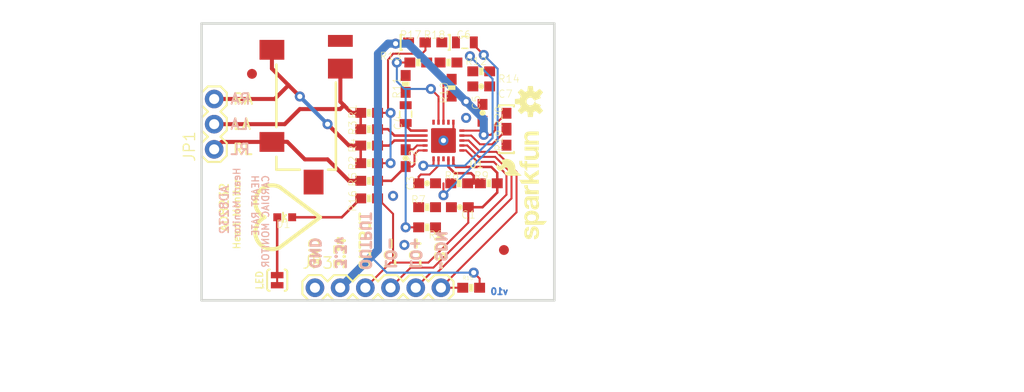
<source format=kicad_pcb>
(kicad_pcb (version 20211014) (generator pcbnew)
  (layers (0 "F.Cu" signal) (31 "B.Cu" signal) (34 "B.Paste" user) (35 "F.Paste" user) (36 "B.SilkS" user "B.Silkscreen") (37 "F.SilkS" user "F.Silkscreen") (38 "B.Mask" user) (39 "F.Mask" user) (44 "Edge.Cuts" user))
  (net 0 "")
  (net 1 "GND")
  (net 2 "N$1")
  (net 3 "N$2")
  (net 4 "N$3")
  (net 5 "N$4")
  (net 6 "N$5")
  (net 7 "N$7")
  (net 8 "SIGNAL_OUT")
  (net 9 "REFOUT")
  (net 10 "LA")
  (net 11 "RA")
  (net 12 "N$13")
  (net 13 "N$14")
  (net 14 "N$16")
  (net 15 "N$17")
  (net 16 "N$9")
  (net 17 "N$18")
  (net 18 "N$8")
  (net 19 "3.3V")
  (net 20 "LO+")
  (net 21 "LO-")
  (net 22 "N$20")
  (net 23 "RL")
  (net 24 "SDN")
  (net 25 "N$6")
  (net 26 "N$10")
  (net 27 "N$11")
  (footprint "boardEagle:0603-CAP" (layer "F.Cu") (at 159.0421 100.0506 -90)
    (fp_text reference "C5" (at -0.254 0.635 90) (layer "F.SilkS") (effects (font (size 0.756717 0.756717) (thickness 0.056083)) (justify left)))
    (fp_text value "0.1uF")
    (pad "1" smd rect (at -0.85 0 270) (size 1.1 1) (layers "F.Cu" "F.Paste" "F.Mask") (net 19 "3.3V"))
    (pad "2" smd rect (at 0.85 0 270) (size 1.1 1) (layers "F.Cu" "F.Paste" "F.Mask") (net 1 "GND"))
  )
  (footprint "boardEagle:0603-RES" (layer "F.Cu") (at 147.6121 106.9086 180)
    (fp_text reference "R5" (at 1.651 -0.635 90) (layer "F.SilkS") (effects (font (size 0.756717 0.756717) (thickness 0.056083)) (justify left)))
    (fp_text value "360k")
    (pad "1" smd rect (at -0.85 0 180) (size 1.1 1) (layers "F.Cu" "F.Paste" "F.Mask") (net 17 "N$18"))
    (pad "2" smd rect (at 0.85 0 180) (size 1.1 1) (layers "F.Cu" "F.Paste" "F.Mask") (net 23 "RL"))
  )
  (footprint "boardEagle:0603-RES" (layer "F.Cu") (at 147.6121 105.1306)
    (fp_text reference "R2" (at -1.651 0.762 90) (layer "F.SilkS") (effects (font (size 0.756717 0.756717) (thickness 0.056083)) (justify left)))
    (fp_text value "10M")
    (pad "1" smd rect (at -0.85 0) (size 1.1 1) (layers "F.Cu" "F.Paste" "F.Mask") (net 11 "RA"))
    (pad "2" smd rect (at 0.85 0) (size 1.1 1) (layers "F.Cu" "F.Paste" "F.Mask") (net 22 "N$20"))
  )
  (footprint "boardEagle:SJ_2S-TRACE" (layer "F.Cu") (at 138.3411 116.9416 90)
    (fp_text reference "SJ4" (at -0.9525 -1.27 90) (layer "F.SilkS") (effects (font (size 0.373888 0.373888) (thickness 0.032512)) (justify left bottom)))
    (fp_text value "LED DISABLE")
    (fp_line (start -0.381 0) (end 0.381 0) (layer "F.Cu") (width 0.2032))
    (pad "1" smd rect (at -0.508 0 90) (size 0.635 1.27) (layers "F.Cu" "F.Mask") (net 1 "GND"))
    (pad "2" smd rect (at 0.508 0 90) (size 0.635 1.27) (layers "F.Cu" "F.Mask") (net 26 "N$10"))
  )
  (footprint "boardEagle:0603-RES" (layer "F.Cu") (at 159.6771 107.1626 180)
    (fp_text reference "R9" (at 1.524 0.762) (layer "F.SilkS") (effects (font (size 0.756717 0.756717) (thickness 0.056083)) (justify left)))
    (fp_text value "1M")
    (pad "1" smd rect (at -0.85 0 180) (size 1.1 1) (layers "F.Cu" "F.Paste" "F.Mask") (net 8 "SIGNAL_OUT"))
    (pad "2" smd rect (at 0.85 0 180) (size 1.1 1) (layers "F.Cu" "F.Paste" "F.Mask") (net 7 "N$7"))
  )
  (footprint "boardEagle:0603-RES" (layer "F.Cu") (at 153.4541 109.5756 180)
    (fp_text reference "R7" (at 1.651 0.762) (layer "F.SilkS") (effects (font (size 0.756717 0.756717) (thickness 0.056083)) (justify left)))
    (fp_text value "1M")
    (pad "1" smd rect (at -0.85 0 180) (size 1.1 1) (layers "F.Cu" "F.Paste" "F.Mask") (net 16 "N$9"))
    (pad "2" smd rect (at 0.85 0 180) (size 1.1 1) (layers "F.Cu" "F.Paste" "F.Mask") (net 4 "N$3"))
  )
  (footprint "boardEagle:0603-CAP" (layer "F.Cu") (at 156.7561 109.5756 180)
    (fp_text reference "C1" (at -1.651 -0.762) (layer "F.SilkS") (effects (font (size 0.756717 0.756717) (thickness 0.056083)) (justify right)))
    (fp_text value "1.5nF")
    (pad "1" smd rect (at -0.85 0 180) (size 1.1 1) (layers "F.Cu" "F.Paste" "F.Mask") (net 8 "SIGNAL_OUT"))
    (pad "2" smd rect (at 0.85 0 180) (size 1.1 1) (layers "F.Cu" "F.Paste" "F.Mask") (net 16 "N$9"))
  )
  (footprint "boardEagle:STAND-OFF" (layer "F.Cu") (at 133.2611 93.5736)
    (fp_text reference "STANDOFF1" hide)
    (fp_text value "STAND-OFF" hide)
    (pad "" np_thru_hole circle (at 0 0) (size 3.302 3.302) (drill 3.302) (layers *.Cu *.Mask))
  )
  (footprint "boardEagle:1X03" (layer "F.Cu") (at 131.9911 103.7336 90)
    (fp_text reference "JP1" (at -1.3462 -1.8288 90) (layer "F.SilkS") (effects (font (size 1.143 1.143) (thickness 0.127)) (justify left bottom)))
    (fp_text value "")
    (pad "1" thru_hole circle (at 0 0 180) (size 1.8796 1.8796) (drill 1.016) (layers *.Cu *.Mask) (net 23 "RL"))
    (pad "2" thru_hole circle (at 2.54 0 180) (size 1.8796 1.8796) (drill 1.016) (layers *.Cu *.Mask) (net 10 "LA"))
    (pad "3" thru_hole circle (at 5.08 0 180) (size 1.8796 1.8796) (drill 1.016) (layers *.Cu *.Mask) (net 11 "RA"))
  )
  (footprint "boardEagle:0805" (layer "F.Cu") (at 157.2641 92.9386)
    (fp_text reference "C6" (at -0.889 -0.762) (layer "F.SilkS") (effects (font (size 0.756717 0.756717) (thickness 0.056083)) (justify left)))
    (fp_text value "0.33uF")
    (pad "1" smd rect (at -0.9 0) (size 0.8 1.2) (layers "F.Cu" "F.Paste" "F.Mask") (net 14 "N$16"))
    (pad "2" smd rect (at 0.9 0) (size 0.8 1.2) (layers "F.Cu" "F.Paste" "F.Mask") (net 9 "REFOUT"))
  )
  (footprint "boardEagle:0603-RES" (layer "F.Cu") (at 157.8991 117.7036)
    (fp_text reference "R15" (at -0.889 -0.762) (layer "F.SilkS") (effects (font (size 0.373888 0.373888) (thickness 0.032512)) (justify left bottom)))
    (fp_text value "10K")
    (pad "1" smd rect (at -0.85 0) (size 1.1 1) (layers "F.Cu" "F.Paste" "F.Mask") (net 24 "SDN"))
    (pad "2" smd rect (at 0.85 0) (size 1.1 1) (layers "F.Cu" "F.Paste" "F.Mask") (net 19 "3.3V"))
  )
  (footprint "boardEagle:LED-0603" (layer "F.Cu") (at 139.1031 110.5916 90)
    (fp_text reference "D1" (at -0.6985 0.635) (layer "F.SilkS") (effects (font (size 0.756717 0.756717) (thickness 0.056083)) (justify right)))
    (fp_text value "RED")
    (pad "A" smd rect (at 0 0.75 90) (size 0.8 0.8) (layers "F.Cu" "F.Paste" "F.Mask") (net 25 "N$6"))
    (pad "C" smd rect (at 0 -0.75 90) (size 0.8 0.8) (layers "F.Cu" "F.Paste" "F.Mask") (net 26 "N$10"))
  )
  (footprint "boardEagle:0603-RES" (layer "F.Cu") (at 151.2951 97.1296 90)
    (fp_text reference "R11" (at -1.524 -0.889 90) (layer "F.SilkS") (effects (font (size 0.756717 0.756717) (thickness 0.056083)) (justify left)))
    (fp_text value "10M")
    (pad "1" smd rect (at -0.85 0 90) (size 1.1 1) (layers "F.Cu" "F.Paste" "F.Mask") (net 5 "N$4"))
    (pad "2" smd rect (at 0.85 0 90) (size 1.1 1) (layers "F.Cu" "F.Paste" "F.Mask") (net 13 "N$14"))
  )
  (footprint "boardEagle:AUDIO-JACK-3.5MM-SMD" (layer "F.Cu") (at 141.2621 91.2876 -90)
    (fp_text reference "JP2" hide)
    (fp_text value "" hide)
    (pad "" np_thru_hole circle (at 10.5 0 270) (size 2 2) (drill 2) (layers *.Cu *.Mask))
    (pad "" np_thru_hole circle (at 3.5 0 270) (size 2 2) (drill 2) (layers *.Cu *.Mask))
    (pad "RING" smd rect (at 4.3 -3.45 270) (size 2 2.5) (layers "F.Cu" "F.Paste" "F.Mask") (net 10 "LA"))
    (pad "RSH" smd rect (at 1.5 -3.45 90) (size 1.2 2.5) (layers "F.Cu" "F.Paste" "F.Mask"))
    (pad "SLEEVE" smd rect (at 2.4 3.45 270) (size 2 2.5) (layers "F.Cu" "F.Paste" "F.Mask") (net 11 "RA"))
    (pad "TIP" smd rect (at 11.7 3.45 270) (size 2 2.5) (layers "F.Cu" "F.Paste" "F.Mask") (net 23 "RL"))
    (pad "TSH" smd rect (at 15.75 -0.75) (size 2 2.5) (layers "F.Cu" "F.Paste" "F.Mask"))
  )
  (footprint "boardEagle:0603-RES" (layer "F.Cu") (at 147.6121 100.0506)
    (fp_text reference "R1" (at -1.651 0.635 90) (layer "F.SilkS") (effects (font (size 0.756717 0.756717) (thickness 0.056083)) (justify left)))
    (fp_text value "10M")
    (pad "1" smd rect (at -0.85 0) (size 1.1 1) (layers "F.Cu" "F.Paste" "F.Mask") (net 10 "LA"))
    (pad "2" smd rect (at 0.85 0) (size 1.1 1) (layers "F.Cu" "F.Paste" "F.Mask") (net 22 "N$20"))
  )
  (footprint "boardEagle:CREATIVE_COMMONS" (layer "F.Cu") (at 130.7211 127.8636)
    (fp_text reference "FRAME1" hide)
    (fp_text value "FRAME-LETTER" hide)
  )
  (footprint "boardEagle:0805" (layer "F.Cu") (at 151.2951 100.1776 90)
    (fp_text reference "C4" (at -1.651 -0.762 90) (layer "F.SilkS") (effects (font (size 0.756717 0.756717) (thickness 0.056083)) (justify left)))
    (fp_text value "0.33uF")
    (pad "1" smd rect (at -0.9 0 90) (size 0.8 1.2) (layers "F.Cu" "F.Paste" "F.Mask") (net 12 "N$13"))
    (pad "2" smd rect (at 0.9 0 90) (size 0.8 1.2) (layers "F.Cu" "F.Paste" "F.Mask") (net 5 "N$4"))
  )
  (footprint "boardEagle:STAND-OFF" (layer "F.Cu") (at 163.7411 93.5736)
    (fp_text reference "STANDOFF2" hide)
    (fp_text value "STAND-OFF" hide)
    (pad "" np_thru_hole circle (at 0 0) (size 3.302 3.302) (drill 3.302) (layers *.Cu *.Mask))
  )
  (footprint "boardEagle:STAND-OFF" (layer "F.Cu") (at 163.7411 116.4336)
    (fp_text reference "STANDOFF3" hide)
    (fp_text value "STAND-OFF" hide)
    (pad "" np_thru_hole circle (at 0 0) (size 3.302 3.302) (drill 3.302) (layers *.Cu *.Mask))
  )
  (footprint "boardEagle:0603-RES" (layer "F.Cu") (at 147.6121 101.7016)
    (fp_text reference "R3" (at -1.651 0.635 90) (layer "F.SilkS") (effects (font (size 0.756717 0.756717) (thickness 0.056083)) (justify left)))
    (fp_text value "180k")
    (pad "1" smd rect (at -0.85 0) (size 1.1 1) (layers "F.Cu" "F.Paste" "F.Mask") (net 10 "LA"))
    (pad "2" smd rect (at 0.85 0) (size 1.1 1) (layers "F.Cu" "F.Paste" "F.Mask") (net 2 "N$1"))
  )
  (footprint "boardEagle:OSHW-LOGO-S" (layer "F.Cu") (at 163.8681 98.9076 90)
    (fp_text reference "LOGO1" hide)
    (fp_text value "OSHW-LOGOS" hide)
  )
  (footprint "boardEagle:0603-CAP" (layer "F.Cu") (at 151.2951 104.6226 -90)
    (fp_text reference "C2" (at -0.889 -0.762 90) (layer "F.SilkS") (effects (font (size 0.756717 0.756717) (thickness 0.056083)) (justify right)))
    (fp_text value "1nF")
    (pad "1" smd rect (at -0.85 0 270) (size 1.1 1) (layers "F.Cu" "F.Paste" "F.Mask") (net 15 "N$17"))
    (pad "2" smd rect (at 0.85 0 270) (size 1.1 1) (layers "F.Cu" "F.Paste" "F.Mask") (net 17 "N$18"))
  )
  (footprint "boardEagle:SFE_LOGO_NAME_FLAME_.1" (layer "F.Cu") (at 165.6461 113.2586 90)
    (fp_text reference "LOGO2" hide)
    (fp_text value "SFE_LOGO_NAME_FLAME.1_INCH" hide)
  )
  (footprint "boardEagle:0603-CAP" (layer "F.Cu") (at 153.4541 107.1626 180)
    (fp_text reference "C3" (at 1.651 -0.762 90) (layer "F.SilkS") (effects (font (size 0.756717 0.756717) (thickness 0.056083)) (justify left)))
    (fp_text value "10nF")
    (pad "1" smd rect (at -0.85 0 180) (size 1.1 1) (layers "F.Cu" "F.Paste" "F.Mask") (net 9 "REFOUT"))
    (pad "2" smd rect (at 0.85 0 180) (size 1.1 1) (layers "F.Cu" "F.Paste" "F.Mask") (net 4 "N$3"))
  )
  (footprint "boardEagle:0603-RES" (layer "F.Cu") (at 153.4541 111.6076 180)
    (fp_text reference "R6" (at -1.651 -0.762) (layer "F.SilkS") (effects (font (size 0.756717 0.756717) (thickness 0.056083)) (justify right)))
    (fp_text value "1M")
    (pad "1" smd rect (at -0.85 0 180) (size 1.1 1) (layers "F.Cu" "F.Paste" "F.Mask") (net 16 "N$9"))
    (pad "2" smd rect (at 0.85 0 180) (size 1.1 1) (layers "F.Cu" "F.Paste" "F.Mask") (net 18 "N$8"))
  )
  (footprint "boardEagle:0603-RES" (layer "F.Cu") (at 152.5651 94.9706)
    (fp_text reference "R13" (at -1.651 -0.635) (layer "F.SilkS") (effects (font (size 0.756717 0.756717) (thickness 0.056083)) (justify right)))
    (fp_text value "10M")
    (pad "1" smd rect (at -0.85 0) (size 1.1 1) (layers "F.Cu" "F.Paste" "F.Mask") (net 18 "N$8"))
    (pad "2" smd rect (at 0.85 0) (size 1.1 1) (layers "F.Cu" "F.Paste" "F.Mask") (net 13 "N$14"))
  )
  (footprint "boardEagle:0603-RES" (layer "F.Cu") (at 156.6926 107.1626 180)
    (fp_text reference "R8" (at 1.524 0.762) (layer "F.SilkS") (effects (font (size 0.756717 0.756717) (thickness 0.056083)) (justify left)))
    (fp_text value "100k")
    (pad "1" smd rect (at -0.85 0 180) (size 1.1 1) (layers "F.Cu" "F.Paste" "F.Mask") (net 7 "N$7"))
    (pad "2" smd rect (at 0.85 0 180) (size 1.1 1) (layers "F.Cu" "F.Paste" "F.Mask") (net 9 "REFOUT"))
  )
  (footprint "boardEagle:LFCSP_20" (layer "F.Cu") (at 155.1051 102.8446)
    (fp_text reference "U1" (at 2.54 2.413) (layer "F.SilkS") (effects (font (size 0.715264 0.715264) (thickness 0.097536)) (justify left)))
    (fp_text value "AD8232")
    (pad "1" smd rect (at -1.85 -1 270) (size 0.25 0.5) (layers "F.Cu" "F.Paste" "F.Mask") (net 12 "N$13"))
    (pad "2" smd rect (at -1.85 -0.5 270) (size 0.25 0.5) (layers "F.Cu" "F.Paste" "F.Mask") (net 2 "N$1"))
    (pad "3" smd rect (at -1.85 0 270) (size 0.25 0.5) (layers "F.Cu" "F.Paste" "F.Mask") (net 3 "N$2"))
    (pad "4" smd rect (at -1.85 0.5 270) (size 0.25 0.5) (layers "F.Cu" "F.Paste" "F.Mask") (net 15 "N$17"))
    (pad "5" smd rect (at -1.85 1 270) (size 0.25 0.5) (layers "F.Cu" "F.Paste" "F.Mask") (net 17 "N$18"))
    (pad "6" smd rect (at -1 1.85) (size 0.25 0.5) (layers "F.Cu" "F.Paste" "F.Mask") (net 14 "N$16"))
    (pad "7" smd rect (at -0.5 1.85) (size 0.25 0.5) (layers "F.Cu" "F.Paste" "F.Mask") (net 4 "N$3"))
    (pad "8" smd rect (at 0 1.85) (size 0.25 0.5) (layers "F.Cu" "F.Paste" "F.Mask") (net 9 "REFOUT"))
    (pad "9" smd rect (at 0.5 1.85) (size 0.25 0.5) (layers "F.Cu" "F.Paste" "F.Mask") (net 7 "N$7"))
    (pad "10" smd rect (at 1 1.85) (size 0.25 0.5) (layers "F.Cu" "F.Paste" "F.Mask") (net 8 "SIGNAL_OUT"))
    (pad "11" smd rect (at 1.85 1 90) (size 0.25 0.5) (layers "F.Cu" "F.Paste" "F.Mask") (net 21 "LO-"))
    (pad "12" smd rect (at 1.85 0.5 90) (size 0.25 0.5) (layers "F.Cu" "F.Paste" "F.Mask") (net 20 "LO+"))
    (pad "13" smd rect (at 1.85 0 90) (size 0.25 0.5) (layers "F.Cu" "F.Paste" "F.Mask") (net 24 "SDN"))
    (pad "14" smd rect (at 1.85 -0.5 90) (size 0.25 0.5) (layers "F.Cu" "F.Paste" "F.Mask") (net 27 "N$11"))
    (pad "15" smd rect (at 1.85 -1 90) (size 0.25 0.5) (layers "F.Cu" "F.Paste" "F.Mask") (net 19 "3.3V"))
    (pad "16" smd rect (at 1 -1.85 180) (size 0.25 0.5) (layers "F.Cu" "F.Paste" "F.Mask") (net 1 "GND"))
    (pad "17" smd rect (at 0.5 -1.85 180) (size 0.25 0.5) (layers "F.Cu" "F.Paste" "F.Mask") (net 19 "3.3V"))
    (pad "18" smd rect (at 0 -1.85 180) (size 0.25 0.5) (layers "F.Cu" "F.Paste" "F.Mask") (net 6 "N$5"))
    (pad "19" smd rect (at -0.5 -1.85 180) (size 0.25 0.5) (layers "F.Cu" "F.Paste" "F.Mask") (net 18 "N$8"))
    (pad "20" smd rect (at -1 -1.85 180) (size 0.25 0.5) (layers "F.Cu" "F.Paste" "F.Mask") (net 5 "N$4"))
    (pad "PAD" smd roundrect (at 0 0) (size 2.5 2.5) (layers "F.Cu" "F.Mask") (roundrect_rratio 0.05) (net 1 "GND"))
  )
  (footprint "boardEagle:0603-RES" (layer "F.Cu") (at 147.6121 108.6866)
    (fp_text reference "R16" (at -1.651 1.397 90) (layer "F.SilkS") (effects (font (size 0.756717 0.756717) (thickness 0.056083)) (justify left)))
    (fp_text value "1k")
    (pad "1" smd rect (at -0.85 0) (size 1.1 1) (layers "F.Cu" "F.Paste" "F.Mask") (net 25 "N$6"))
    (pad "2" smd rect (at 0.85 0) (size 1.1 1) (layers "F.Cu" "F.Paste" "F.Mask") (net 8 "SIGNAL_OUT"))
  )
  (footprint "boardEagle:FIDUCIAL-1X2" (layer "F.Cu") (at 135.8011 96.1136)
    (fp_text reference "FID1" hide)
    (fp_text value "FIDUCIAL1X2" hide)
    (pad "1" smd roundrect (at 0 0) (size 1 1) (layers "F.Cu" "F.Mask") (roundrect_rratio 0.5))
  )
  (footprint "boardEagle:0603" (layer "F.Cu") (at 152.4381 92.9386)
    (fp_text reference "R17" (at -1.778 -0.762) (layer "F.SilkS") (effects (font (size 0.756717 0.756717) (thickness 0.056083)) (justify left)))
    (fp_text value "0")
    (pad "1" smd rect (at -0.85 0) (size 1.1 1) (layers "F.Cu" "F.Paste" "F.Mask") (net 19 "3.3V"))
    (pad "2" smd rect (at 0.85 0) (size 1.1 1) (layers "F.Cu" "F.Paste" "F.Mask") (net 22 "N$20"))
  )
  (footprint "boardEagle:FIDUCIAL-1X2" (layer "F.Cu") (at 161.2011 113.8936)
    (fp_text reference "FID2" hide)
    (fp_text value "FIDUCIAL1X2" hide)
    (pad "1" smd roundrect (at 0 0) (size 1 1) (layers "F.Cu" "F.Mask") (roundrect_rratio 0.5))
  )
  (footprint "boardEagle:0603-RES" (layer "F.Cu") (at 155.6131 94.9706)
    (fp_text reference "R12" (at 1.651 -0.127) (layer "F.SilkS") (effects (font (size 0.756717 0.756717) (thickness 0.056083)) (justify left)))
    (fp_text value "1.4M")
    (pad "1" smd rect (at -0.85 0) (size 1.1 1) (layers "F.Cu" "F.Paste" "F.Mask") (net 13 "N$14"))
    (pad "2" smd rect (at 0.85 0) (size 1.1 1) (layers "F.Cu" "F.Paste" "F.Mask") (net 14 "N$16"))
  )
  (footprint "boardEagle:0603-RES" (layer "F.Cu") (at 147.6121 103.3526)
    (fp_text reference "R4" (at -1.651 0.762 90) (layer "F.SilkS") (effects (font (size 0.756717 0.756717) (thickness 0.056083)) (justify left)))
    (fp_text value "180k")
    (pad "1" smd rect (at -0.85 0) (size 1.1 1) (layers "F.Cu" "F.Paste" "F.Mask") (net 11 "RA"))
    (pad "2" smd rect (at 0.85 0) (size 1.1 1) (layers "F.Cu" "F.Paste" "F.Mask") (net 3 "N$2"))
  )
  (footprint "boardEagle:0603" (layer "F.Cu") (at 161.4551 102.4636 90)
    (fp_text reference "R19" (at -1.524 -0.762 90) (layer "F.SilkS") (effects (font (size 0.756717 0.756717) (thickness 0.056083)) (justify left)))
    (fp_text value "0")
    (pad "1" smd rect (at -0.85 0 90) (size 1.1 1) (layers "F.Cu" "F.Paste" "F.Mask") (net 1 "GND"))
    (pad "2" smd rect (at 0.85 0 90) (size 1.1 1) (layers "F.Cu" "F.Paste" "F.Mask") (net 27 "N$11"))
  )
  (footprint "boardEagle:0603-RES" (layer "F.Cu") (at 155.9306 97.5106 90)
    (fp_text reference "R10" (at -1.651 -0.762 90) (layer "F.SilkS") (effects (font (size 0.756717 0.756717) (thickness 0.056083)) (justify left)))
    (fp_text value "10M")
    (pad "1" smd rect (at -0.85 0 90) (size 1.1 1) (layers "F.Cu" "F.Paste" "F.Mask") (net 19 "3.3V"))
    (pad "2" smd rect (at 0.85 0 90) (size 1.1 1) (layers "F.Cu" "F.Paste" "F.Mask") (net 6 "N$5"))
  )
  (footprint "boardEagle:0603-CAP" (layer "F.Cu") (at 158.9151 97.3836)
    (fp_text reference "C7" (at 1.651 0.762) (layer "F.SilkS") (effects (font (size 0.756717 0.756717) (thickness 0.056083)) (justify left)))
    (fp_text value "0.1uf")
    (pad "1" smd rect (at -0.85 0) (size 1.1 1) (layers "F.Cu" "F.Paste" "F.Mask") (net 6 "N$5"))
    (pad "2" smd rect (at 0.85 0) (size 1.1 1) (layers "F.Cu" "F.Paste" "F.Mask") (net 1 "GND"))
  )
  (footprint "boardEagle:0603" (layer "F.Cu") (at 161.4551 100.9396 90)
    (fp_text reference "R20" (at -0.635 -0.762 90) (layer "F.SilkS") (effects (font (size 0.756717 0.756717) (thickness 0.056083)) (justify left)))
    (fp_text value "DNP")
    (pad "1" smd rect (at -0.85 0 90) (size 1.1 1) (layers "F.Cu" "F.Paste" "F.Mask") (net 27 "N$11"))
    (pad "2" smd rect (at 0.85 0 90) (size 1.1 1) (layers "F.Cu" "F.Paste" "F.Mask") (net 19 "3.3V"))
  )
  (footprint "boardEagle:0603" (layer "F.Cu") (at 154.0891 92.9386)
    (fp_text reference "R18" (at -1.016 -0.762) (layer "F.SilkS") (effects (font (size 0.756717 0.756717) (thickness 0.056083)) (justify left)))
    (fp_text value "DNP")
    (pad "1" smd rect (at -0.85 0) (size 1.1 1) (layers "F.Cu" "F.Paste" "F.Mask") (net 22 "N$20"))
    (pad "2" smd rect (at 0.85 0) (size 1.1 1) (layers "F.Cu" "F.Paste" "F.Mask") (net 14 "N$16"))
  )
  (footprint "boardEagle:1X06" (layer "F.Cu") (at 142.1511 117.7036)
    (fp_text reference "JP3" (at -1.3462 -1.8288) (layer "F.SilkS") (effects (font (size 1.143 1.143) (thickness 0.127)) (justify left bottom)))
    (fp_text value "")
    (pad "1" thru_hole circle (at 0 0 90) (size 1.8796 1.8796) (drill 1.016) (layers *.Cu *.Mask) (net 1 "GND"))
    (pad "2" thru_hole circle (at 2.54 0 90) (size 1.8796 1.8796) (drill 1.016) (layers *.Cu *.Mask) (net 19 "3.3V"))
    (pad "3" thru_hole circle (at 5.08 0 90) (size 1.8796 1.8796) (drill 1.016) (layers *.Cu *.Mask) (net 8 "SIGNAL_OUT"))
    (pad "4" thru_hole circle (at 7.62 0 90) (size 1.8796 1.8796) (drill 1.016) (layers *.Cu *.Mask) (net 21 "LO-"))
    (pad "5" thru_hole circle (at 10.16 0 90) (size 1.8796 1.8796) (drill 1.016) (layers *.Cu *.Mask) (net 20 "LO+"))
    (pad "6" thru_hole circle (at 12.7 0 90) (size 1.8796 1.8796) (drill 1.016) (layers *.Cu *.Mask) (net 24 "SDN"))
  )
  (footprint "boardEagle:0603-RES" (layer "F.Cu") (at 158.9151 95.8596 180)
    (fp_text reference "R14" (at -1.651 -0.762) (layer "F.SilkS") (effects (font (size 0.756717 0.756717) (thickness 0.056083)) (justify left)))
    (fp_text value "10M")
    (pad "1" smd rect (at -0.85 0 180) (size 1.1 1) (layers "F.Cu" "F.Paste" "F.Mask") (net 1 "GND"))
    (pad "2" smd rect (at 0.85 0 180) (size 1.1 1) (layers "F.Cu" "F.Paste" "F.Mask") (net 6 "N$5"))
  )
  (footprint "boardEagle:STAND-OFF" (layer "F.Cu") (at 133.2611 116.4336)
    (fp_text reference "STANDOFF4" hide)
    (fp_text value "STAND-OFF" hide)
    (pad "" np_thru_hole circle (at 0 0) (size 3.302 3.302) (drill 3.302) (layers *.Cu *.Mask))
  )
  (gr_line (start 138.5951 113.6396) (end 142.6591 110.5916) (layer "F.SilkS") (width 0.4064))
  (gr_line (start 155.6131 92.1766) (end 155.7401 92.1766) (layer "F.SilkS") (width 0.2032))
  (gr_line (start 160.6931 99.4156) (end 160.6931 99.2886) (layer "F.SilkS") (width 0.2032))
  (gr_arc (start 138.5951 113.6396) (mid 136.3091 112.8776) (end 137.0711 110.5916) (layer "F.SilkS") (width 0.4064))
  (gr_line (start 150.7871 92.1766) (end 150.9141 92.1766) (layer "F.SilkS") (width 0.2032))
  (gr_line (start 160.6931 99.2886) (end 162.2171 99.2886) (layer "F.SilkS") (width 0.2032))
  (gr_line (start 162.2171 99.2886) (end 162.2171 99.4156) (layer "F.SilkS") (width 0.2032))
  (gr_line (start 150.7871 92.1766) (end 150.7871 93.7006) (layer "F.SilkS") (width 0.2032))
  (gr_line (start 150.7871 93.7006) (end 150.9141 93.7006) (layer "F.SilkS") (width 0.2032))
  (gr_line (start 160.6931 104.1146) (end 160.6931 103.9876) (layer "F.SilkS") (width 0.2032))
  (gr_line (start 162.2171 103.9876) (end 162.2171 104.1146) (layer "F.SilkS") (width 0.2032))
  (gr_line (start 162.2171 104.1146) (end 160.6931 104.1146) (layer "F.SilkS") (width 0.2032))
  (gr_line (start 142.6591 110.5916) (end 138.5951 107.5436) (layer "F.SilkS") (width 0.4064))
  (gr_line (start 155.7401 92.1766) (end 155.7401 93.7006) (layer "F.SilkS") (width 0.2032))
  (gr_line (start 155.7401 93.7006) (end 155.6131 93.7006) (layer "F.SilkS") (width 0.2032))
  (gr_arc (start 137.0711 110.5916) (mid 136.3091 108.3056) (end 138.5951 107.5436) (layer "F.SilkS") (width 0.4064))
  (gr_line (start 166.2811 91.0336) (end 130.7211 91.0336) (layer "Edge.Cuts") (width 0.254))
  (gr_line (start 130.7211 91.0336) (end 130.7211 118.9736) (layer "Edge.Cuts") (width 0.254))
  (gr_line (start 130.7211 118.9736) (end 166.2811 118.9736) (layer "Edge.Cuts") (width 0.254))
  (gr_line (start 166.2811 118.9736) (end 166.2811 91.0336) (layer "Edge.Cuts") (width 0.254))
  (gr_text "v10" (at 161.7091 118.0846) (layer "B.Cu") (effects (font (size 0.65024 0.65024) (thickness 0.16256)) (justify left mirror)))
  (gr_text "GND" (at 142.1511 115.9256 -90) (layer "B.SilkS") (effects (font (size 1.016 1.016) (thickness 0.254)) (justify left mirror)))
  (gr_text "LO-" (at 149.7711 115.9256 -90) (layer "B.SilkS") (effects (font (size 1.016 1.016) (thickness 0.254)) (justify left mirror)))
  (gr_text "RA" (at 133.5151 98.6536) (layer "B.SilkS") (effects (font (size 1.0795 1.0795) (thickness 0.1905)) (justify right mirror)))
  (gr_text "LA" (at 133.5151 101.1936) (layer "B.SilkS") (effects (font (size 1.0795 1.0795) (thickness 0.1905)) (justify right mirror)))
  (gr_text "CARDIAC MONITOR" (at 137.5791 106.2736 -270) (layer "B.SilkS") (effects (font (size 0.69088 0.69088) (thickness 0.12192)) (justify left bottom mirror)))
  (gr_text "RL" (at 133.5151 103.7336) (layer "B.SilkS") (effects (font (size 1.0795 1.0795) (thickness 0.1905)) (justify right mirror)))
  (gr_text "~SDN" (at 154.8511 115.9256 -90) (layer "B.SilkS") (effects (font (size 1.016 1.016) (thickness 0.254)) (justify left mirror)))
  (gr_text "HEART RATE" (at 136.5631 106.2736 -270) (layer "B.SilkS") (effects (font (size 0.69088 0.69088) (thickness 0.12192)) (justify left bottom mirror)))
  (gr_text "OUTPUT" (at 147.2311 116.0526 -90) (layer "B.SilkS") (effects (font (size 1.016 1.016) (thickness 0.254)) (justify left mirror)))
  (gr_text "LO+" (at 152.3111 115.9256 -90) (layer "B.SilkS") (effects (font (size 1.016 1.016) (thickness 0.254)) (justify left mirror)))
  (gr_text "3.3v" (at 144.6911 115.9256 -90) (layer "B.SilkS") (effects (font (size 1.016 1.016) (thickness 0.254)) (justify left mirror)))
  (gr_text "AD8232" (at 133.5151 107.2896 -270) (layer "B.SilkS") (effects (font (size 0.8636 0.8636) (thickness 0.1524)) (justify left bottom mirror)))
  (gr_text "Heart Monitor" (at 134.2771 105.5116 -270) (layer "B.SilkS") (effects (font (size 0.69088 0.69088) (thickness 0.12192)) (justify left mirror)))
  (gr_text "LA" (at 133.7691 101.1936) (layer "F.SilkS") (effects (font (size 1.0795 1.0795) (thickness 0.1905)) (justify left)))
  (gr_text "~SDN" (at 154.8511 115.9256 90) (layer "F.SilkS") (effects (font (size 1.016 1.016) (thickness 0.254)) (justify left)))
  (gr_text "GND" (at 142.1511 115.9256 90) (layer "F.SilkS") (effects (font (size 1.016 1.016) (thickness 0.254)) (justify left)))
  (gr_text "LED" (at 136.5631 117.9576 90) (layer "F.SilkS") (effects (font (size 0.69088 0.69088) (thickness 0.12192)) (justify left)))
  (gr_text "RA" (at 133.7691 98.6536) (layer "F.SilkS") (effects (font (size 1.0795 1.0795) (thickness 0.1905)) (justify left)))
  (gr_text "3.3v" (at 144.6911 115.9256 90) (layer "F.SilkS") (effects (font (size 1.016 1.016) (thickness 0.254)) (justify left)))
  (gr_text "Heart Monitor" (at 134.2771 113.8936 90) (layer "F.SilkS") (effects (font (size 0.69088 0.69088) (thickness 0.12192)) (justify left)))
  (gr_text "RL" (at 133.7691 103.7336) (layer "F.SilkS") (effects (font (size 1.0795 1.0795) (thickness 0.1905)) (justify left)))
  (gr_text "AD8232" (at 132.4991 107.0356 90) (layer "F.SilkS") (effects (font (size 0.8636 0.8636) (thickness 0.1524)) (justify right top)))
  (gr_text "LO+" (at 152.3111 115.9256 90) (layer "F.SilkS") (effects (font (size 1.016 1.016) (thickness 0.254)) (justify left)))
  (gr_text "LO-" (at 149.7711 115.9256 90) (layer "F.SilkS") (effects (font (size 1.016 1.016) (thickness 0.254)) (justify left)))
  (gr_text "OUTPUT" (at 147.2311 116.0526 90) (layer "F.SilkS") (effects (font (size 1.016 1.016) (thickness 0.254)) (justify left)))
  (segment (start 156.1051 100.9946) (end 156.1051 101.8446) (width 0.2032) (layer "F.Cu") (net 1))
  (segment (start 155.6051 102.3446) (end 155.1051 102.8446) (width 0.2032) (layer "F.Cu") (net 1))
  (segment (start 156.1051 101.8446) (end 155.1051 102.8446) (width 0.2032) (layer "F.Cu") (net 1))
  (via (at 151.1681 113.3856) (size 1.016) (drill 0.508) (layers "F.Cu" "B.Cu") (net 1))
  (via (at 157.3911 100.5586) (size 1.016) (drill 0.508) (layers "F.Cu" "B.Cu") (net 1))
  (via (at 155.1051 102.8446) (size 1.016) (drill 0.508) (layers "F.Cu" "B.Cu") (net 1))
  (via (at 150.0251 108.4326) (size 1.016) (drill 0.508) (layers "F.Cu" "B.Cu") (net 1))
  (segment (start 153.2551 102.3446) (end 150.1601 102.3446) (width 0.254) (layer "F.Cu") (net 2))
  (segment (start 150.1601 102.3446) (end 149.5171 101.7016) (width 0.254) (layer "F.Cu") (net 2))
  (segment (start 149.5171 101.7016) (end 148.4621 101.7016) (width 0.254) (layer "F.Cu") (net 2))
  (segment (start 149.6441 103.3526) (end 148.4621 103.3526) (width 0.254) (layer "F.Cu") (net 3))
  (segment (start 150.1521 102.8446) (end 149.6441 103.3526) (width 0.254) (layer "F.Cu") (net 3))
  (segment (start 153.2551 102.8446) (end 150.1521 102.8446) (width 0.254) (layer "F.Cu") (net 3))
  (segment (start 154.6051 104.6946) (end 154.6051 105.3766) (width 0.2032) (layer "F.Cu") (net 4))
  (segment (start 153.7081 106.2736) (end 152.8191 106.2736) (width 0.2032) (layer "F.Cu") (net 4))
  (segment (start 154.6051 105.3766) (end 153.7081 106.2736) (width 0.2032) (layer "F.Cu") (net 4))
  (segment (start 152.8191 106.2736) (end 152.6041 106.4886) (width 0.2032) (layer "F.Cu") (net 4))
  (segment (start 152.6041 107.1626) (end 152.6041 106.4886) (width 0.2032) (layer "F.Cu") (net 4))
  (segment (start 155.1931 96.6606) (end 155.9306 96.6606) (width 0.2032) (layer "F.Cu") (net 6))
  (segment (start 155.1051 96.7486) (end 155.1931 96.6606) (width 0.2032) (layer "F.Cu") (net 6))
  (segment (start 155.1051 100.9946) (end 155.1051 96.7486) (width 0.2032) (layer "F.Cu") (net 6))
  (segment (start 157.5426 107.1626) (end 158.1531 107.1626) (width 0.254) (layer "F.Cu") (net 7))
  (segment (start 155.6051 104.6946) (end 155.6051 105.5036) (width 0.254) (layer "F.Cu") (net 7))
  (segment (start 155.6051 105.5036) (end 156.2481 106.1466) (width 0.254) (layer "F.Cu") (net 7))
  (segment (start 156.2481 106.1466) (end 157.8991 106.1466) (width 0.254) (layer "F.Cu") (net 7))
  (segment (start 158.8271 107.1626) (end 158.1531 107.1626) (width 0.254) (layer "F.Cu") (net 7))
  (segment (start 158.1531 106.4006) (end 158.1531 107.1626) (width 0.254) (layer "F.Cu") (net 7))
  (segment (start 157.8991 106.1466) (end 158.1531 106.4006) (width 0.254) (layer "F.Cu") (net 7))
  (segment (start 156.1051 105.2416) (end 156.3751 105.5116) (width 0.254) (layer "F.Cu") (net 8))
  (segment (start 157.6061 109.5756) (end 159.0421 109.5756) (width 0.254) (layer "F.Cu") (net 8))
  (segment (start 159.0421 109.5756) (end 160.5271 108.0906) (width 0.254) (layer "F.Cu") (net 8))
  (segment (start 150.0251 110.2496) (end 150.0251 115.1636) (width 0.2032) (layer "F.Cu") (net 8))
  (segment (start 156.3751 105.5116) (end 159.9311 105.5116) (width 0.254) (layer "F.Cu") (net 8))
  (segment (start 157.6061 111.1386) (end 153.5811 115.1636) (width 0.2032) (layer "F.Cu") (net 8))
  (segment (start 159.9311 105.5116) (end 160.5271 106.1076) (width 0.254) (layer "F.Cu") (net 8))
  (segment (start 160.5271 107.1626) (end 160.5271 106.1076) (width 0.254) (layer "F.Cu") (net 8))
  (segment (start 157.6061 109.5756) (end 157.6061 111.1386) (width 0.2032) (layer "F.Cu") (net 8))
  (segment (start 153.5811 115.1636) (end 150.0251 115.1636) (width 0.2032) (layer "F.Cu") (net 8))
  (segment (start 150.0251 115.1636) (end 149.7711 115.1636) (width 0.2032) (layer "F.Cu") (net 8))
  (segment (start 160.5271 107.1626) (end 160.5271 108.0906) (width 0.254) (layer "F.Cu") (net 8))
  (segment (start 149.7711 115.1636) (end 147.2311 117.7036) (width 0.2032) (layer "F.Cu") (net 8))
  (segment (start 156.1051 104.6946) (end 156.1051 105.2416) (width 0.254) (layer "F.Cu") (net 8))
  (segment (start 148.4621 108.6866) (end 150.0251 110.2496) (width 0.2032) (layer "F.Cu") (net 8))
  (segment (start 155.8426 107.1626) (end 155.8671 107.0356) (width 0.254) (layer "F.Cu") (net 9))
  (segment (start 158.1641 92.9386) (end 158.1531 93.1926) (width 0.2032) (layer "F.Cu") (net 9))
  (segment (start 155.1051 108.3691) (end 155.1051 107.1626) (width 0.2032) (layer "F.Cu") (net 9))
  (segment (start 158.1531 93.1926) (end 159.1691 94.2086) (width 0.2032) (layer "F.Cu") (net 9))
  (via (at 155.1051 108.3691) (size 1.016) (drill 0.508) (layers "F.Cu" "B.Cu") (net 9))
  (via (at 159.1691 94.2086) (size 1.016) (drill 0.508) (layers "F.Cu" "B.Cu") (net 9))
  (segment (start 160.5661 102.9081) (end 155.1051 108.3691) (width 0.2032) (layer "B.Cu") (net 9))
  (segment (start 160.5661 95.6056) (end 160.5661 102.9081) (width 0.2032) (layer "B.Cu") (net 9))
  (segment (start 159.1691 94.2086) (end 160.5661 95.6056) (width 0.2032) (layer "B.Cu") (net 9))
  (segment (start 131.9911 101.1936) (end 139.1031 101.1936) (width 0.4064) (layer "F.Cu") (net 10))
  (segment (start 144.7121 95.5876) (end 144.7121 98.9286) (width 0.4064) (layer "F.Cu") (net 10))
  (segment (start 145.0721 99.2886) (end 144.7121 98.9286) (width 0.4064) (layer "F.Cu") (net 10))
  (segment (start 146.7621 100.0506) (end 146.7621 101.7016) (width 0.254) (layer "F.Cu") (net 10))
  (segment (start 144.6911 99.6696) (end 145.0721 99.2886) (width 0.4064) (layer "F.Cu") (net 10))
  (segment (start 146.7621 100.0506) (end 145.8341 100.0506) (width 0.4064) (layer "F.Cu") (net 10))
  (segment (start 139.1031 101.1936) (end 140.6271 99.6696) (width 0.4064) (layer "F.Cu") (net 10))
  (segment (start 140.6271 99.6696) (end 144.6911 99.6696) (width 0.4064) (layer "F.Cu") (net 10))
  (segment (start 145.8341 100.0506) (end 145.0721 99.2886) (width 0.4064) (layer "F.Cu") (net 10))
  (segment (start 137.8121 95.5846) (end 137.8121 93.6876) (width 0.4064) (layer "F.Cu") (net 11))
  (segment (start 138.0871 98.6536) (end 139.4841 97.2566) (width 0.4064) (layer "F.Cu") (net 11))
  (segment (start 146.7621 103.3526) (end 146.7621 105.1306) (width 0.254) (layer "F.Cu") (net 11))
  (segment (start 139.4841 97.2566) (end 137.8121 95.5846) (width 0.4064) (layer "F.Cu") (net 11))
  (segment (start 140.6271 98.3996) (end 139.4841 97.2566) (width 0.4064) (layer "F.Cu") (net 11))
  (segment (start 146.7621 103.3526) (end 145.5801 103.3526) (width 0.4064) (layer "F.Cu") (net 11))
  (segment (start 145.5801 103.3526) (end 143.4211 101.1936) (width 0.4064) (layer "F.Cu") (net 11))
  (segment (start 131.9911 98.6536) (end 138.0871 98.6536) (width 0.4064) (layer "F.Cu") (net 11))
  (via (at 143.4211 101.1936) (size 1.016) (drill 0.508) (layers "F.Cu" "B.Cu") (net 11))
  (via (at 140.6271 98.3996) (size 1.016) (drill 0.508) (layers "F.Cu" "B.Cu") (net 11))
  (segment (start 143.4211 101.1936) (end 140.6271 98.3996) (width 0.4064) (layer "B.Cu") (net 11))
  (segment (start 151.8191 101.8446) (end 151.2951 101.3206) (width 0.254) (layer "F.Cu") (net 12))
  (segment (start 151.2951 101.3206) (end 151.2951 101.0776) (width 0.254) (layer "F.Cu") (net 12))
  (segment (start 153.2551 101.8446) (end 151.8191 101.8446) (width 0.254) (layer "F.Cu") (net 12))
  (segment (start 153.9621 105.3846) (end 153.0731 105.3846) (width 0.2032) (layer "F.Cu") (net 14))
  (segment (start 154.1051 105.2416) (end 153.9621 105.3846) (width 0.2032) (layer "F.Cu") (net 14))
  (segment (start 156.5021 94.9706) (end 156.4631 94.9706) (width 0.2032) (layer "F.Cu") (net 14))
  (segment (start 154.1051 104.6946) (end 154.1051 105.2416) (width 0.2032) (layer "F.Cu") (net 14))
  (via (at 157.7721 94.3356) (size 1.016) (drill 0.508) (layers "F.Cu" "B.Cu") (net 14))
  (via (at 153.0731 105.3846) (size 1.016) (drill 0.508) (layers "F.Cu" "B.Cu") (net 14))
  (segment (start 157.2641 105.3846) (end 160.0581 102.5906) (width 0.2032) (layer "B.Cu") (net 14))
  (segment (start 160.0581 102.5906) (end 160.0581 96.6216) (width 0.2032) (layer "B.Cu") (net 14))
  (segment (start 160.0581 96.6216) (end 157.7721 94.3356) (width 0.2032) (layer "B.Cu") (net 14))
  (segment (start 157.2641 105.3846) (end 153.0731 105.3846) (width 0.2032) (layer "B.Cu") (net 14))
  (segment (start 151.2951 103.7726) (end 151.2951 103.7336) (width 0.2032) (layer "F.Cu") (net 15))
  (segment (start 153.2551 103.3446) (end 152.4461 103.3446) (width 0.2032) (layer "F.Cu") (net 15))
  (segment (start 152.0571 103.7336) (end 151.2951 103.7336) (width 0.2032) (layer "F.Cu") (net 15))
  (segment (start 152.4461 103.3446) (end 152.0571 103.7336) (width 0.2032) (layer "F.Cu") (net 15))
  (segment (start 152.1841 105.2576) (end 152.1841 104.2416) (width 0.2032) (layer "F.Cu") (net 17))
  (segment (start 149.8591 106.9086) (end 148.5011 106.9086) (width 0.254) (layer "F.Cu") (net 17))
  (segment (start 151.9691 105.4726) (end 152.1841 105.2576) (width 0.2032) (layer "F.Cu") (net 17))
  (segment (start 151.2951 105.4726) (end 149.8591 106.9086) (width 0.254) (layer "F.Cu") (net 17))
  (segment (start 153.2551 103.8446) (end 152.5811 103.8446) (width 0.2032) (layer "F.Cu") (net 17))
  (segment (start 152.1841 104.2416) (end 152.5811 103.8446) (width 0.2032) (layer "F.Cu") (net 17))
  (segment (start 151.2951 105.4726) (end 151.9691 105.4726) (width 0.2032) (layer "F.Cu") (net 17))
  (segment (start 148.4621 106.9086) (end 148.5011 106.9086) (width 0.2032) (layer "F.Cu") (net 17))
  (segment (start 154.6051 98.4076) (end 153.8351 97.6376) (width 0.2032) (layer "F.Cu") (net 18))
  (segment (start 151.7151 94.9706) (end 150.4061 94.9706) (width 0.2032) (layer "F.Cu") (net 18))
  (segment (start 152.6041 111.6076) (end 151.2951 111.6076) (width 0.2032) (layer "F.Cu") (net 18))
  (segment (start 154.6051 100.9946) (end 154.6051 98.4076) (width 0.2032) (layer "F.Cu") (net 18))
  (via (at 150.4061 94.9706) (size 1.016) (drill 0.508) (layers "F.Cu" "B.Cu") (net 18))
  (via (at 153.8351 97.6376) (size 1.016) (drill 0.508) (layers "F.Cu" "B.Cu") (net 18))
  (via (at 151.2951 111.6076) (size 1.016) (drill 0.508) (layers "F.Cu" "B.Cu") (net 18))
  (segment (start 150.4061 96.8756) (end 151.1681 97.6376) (width 0.2032) (layer "B.Cu") (net 18))
  (segment (start 151.2951 111.6076) (end 151.2951 97.6376) (width 0.2032) (layer "B.Cu") (net 18))
  (segment (start 151.1681 97.6376) (end 151.2951 97.6376) (width 0.2032) (layer "B.Cu") (net 18))
  (segment (start 153.8351 97.6376) (end 152.9461 97.6376) (width 0.2032) (layer "B.Cu") (net 18))
  (segment (start 151.2951 97.6376) (end 153.8351 97.6376) (width 0.2032) (layer "B.Cu") (net 18))
  (segment (start 150.4061 94.9706) (end 150.4061 96.8756) (width 0.2032) (layer "B.Cu") (net 18))
  (segment (start 160.3121 101.2326) (end 161.4551 100.0896) (width 0.2032) (layer "F.Cu") (net 19))
  (segment (start 151.5881 92.9386) (end 150.4061 92.9386) (width 0.2032) (layer "F.Cu") (net 19))
  (segment (start 158.7406 101.8446) (end 159.1691 102.2731) (width 0.2032) (layer "F.Cu") (net 19))
  (segment (start 150.4061 92.9386) (end 150.2791 93.0656) (width 0.2032) (layer "F.Cu") (net 19))
  (segment (start 159.1691 102.2731) (end 159.8676 102.2731) (width 0.2032) (layer "F.Cu") (net 19))
  (segment (start 158.7491 116.7756) (end 158.1531 116.1796) (width 0.2032) (layer "F.Cu") (net 19))
  (segment (start 156.9551 101.8446) (end 158.7406 101.8446) (width 0.2032) (layer "F.Cu") (net 19))
  (segment (start 158.7491 117.7036) (end 158.7491 116.7756) (width 0.2032) (layer "F.Cu") (net 19))
  (segment (start 160.3121 101.8286) (end 160.3121 101.2326) (width 0.2032) (layer "F.Cu") (net 19))
  (segment (start 159.8676 102.2731) (end 160.3121 101.8286) (width 0.2032) (layer "F.Cu") (net 19))
  (via (at 150.2791 93.0656) (size 1.016) (drill 0.508) (layers "F.Cu" "B.Cu") (net 19))
  (via (at 159.1691 102.2731) (size 1.016) (drill 0.508) (layers "F.Cu" "B.Cu") (net 19))
  (via (at 158.1531 116.1796) (size 1.016) (drill 0.508) (layers "F.Cu" "B.Cu") (net 19))
  (via (at 157.3911 98.9076) (size 1.016) (drill 0.508) (layers "F.Cu" "B.Cu") (net 19))
  (segment (start 157.3911 98.9076) (end 159.1691 100.6856) (width 0.8128) (layer "B.Cu") (net 19))
  (segment (start 148.5011 113.8936) (end 147.8026 114.5921) (width 0.8128) (layer "B.Cu") (net 19))
  (segment (start 148.5011 94.0816) (end 149.5171 93.0656) (width 0.8128) (layer "B.Cu") (net 19))
  (segment (start 158.1531 116.1796) (end 149.3901 116.1796) (width 0.2032) (layer "B.Cu") (net 19))
  (segment (start 159.1691 100.6856) (end 159.1691 102.2731) (width 0.8128) (layer "B.Cu") (net 19))
  (segment (start 150.2791 93.0656) (end 149.5171 93.0656) (width 0.8128) (layer "B.Cu") (net 19))
  (segment (start 148.5011 94.0816) (end 148.5011 113.8936) (width 0.8128) (layer "B.Cu") (net 19))
  (segment (start 149.3901 116.1796) (end 147.8026 114.5921) (width 0.2032) (layer "B.Cu") (net 19))
  (segment (start 151.5491 93.0656) (end 150.2791 93.0656) (width 0.8128) (layer "B.Cu") (net 19))
  (segment (start 151.5491 93.0656) (end 157.3911 98.9076) (width 0.8128) (layer "B.Cu") (net 19))
  (segment (start 147.8026 114.5921) (end 144.6911 117.7036) (width 0.8128) (layer "B.Cu") (net 19))
  (segment (start 161.9631 108.6866) (end 154.4701 116.1796) (width 0.2032) (layer "F.Cu") (net 20))
  (segment (start 158.6611 104.4956) (end 160.3121 104.4956) (width 0.2032) (layer "F.Cu") (net 20))
  (segment (start 156.9551 103.3446) (end 157.5101 103.3446) (width 0.2032) (layer "F.Cu") (net 20))
  (segment (start 161.9631 106.1466) (end 161.9631 108.6866) (width 0.2032) (layer "F.Cu") (net 20))
  (segment (start 157.5101 103.3446) (end 158.6611 104.4956) (width 0.2032) (layer "F.Cu") (net 20))
  (segment (start 160.3121 104.4956) (end 161.9631 106.1466) (width 0.2032) (layer "F.Cu") (net 20))
  (segment (start 154.4701 116.1796) (end 153.8351 116.1796) (width 0.2032) (layer "F.Cu") (net 20))
  (segment (start 153.8351 116.1796) (end 152.3111 117.7036) (width 0.2032) (layer "F.Cu") (net 20))
  (segment (start 160.1851 105.0036) (end 161.4551 106.2736) (width 0.2032) (layer "F.Cu") (net 21))
  (segment (start 161.4551 108.3056) (end 154.0891 115.6716) (width 0.2032) (layer "F.Cu") (net 21))
  (segment (start 151.8031 115.6716) (end 149.7711 117.7036) (width 0.2032) (layer "F.Cu") (net 21))
  (segment (start 158.5341 105.0036) (end 160.1851 105.0036) (width 0.2032) (layer "F.Cu") (net 21))
  (segment (start 154.0891 115.6716) (end 151.8031 115.6716) (width 0.2032) (layer "F.Cu") (net 21))
  (segment (start 156.9551 103.8446) (end 157.3751 103.8446) (width 0.2032) (layer "F.Cu") (net 21))
  (segment (start 161.4551 106.2736) (end 161.4551 108.3056) (width 0.2032) (layer "F.Cu") (net 21))
  (segment (start 157.3751 103.8446) (end 158.5341 105.0036) (width 0.2032) (layer "F.Cu") (net 21))
  (segment (start 149.5171 94.7166) (end 150.0251 94.0816) (width 0.2032) (layer "F.Cu") (net 22))
  (segment (start 152.9461 94.0816) (end 153.2881 93.7396) (width 0.2032) (layer "F.Cu") (net 22))
  (segment (start 148.4621 100.0506) (end 149.7711 100.0506) (width 0.2032) (layer "F.Cu") (net 22))
  (segment (start 153.2881 92.9386) (end 153.2391 92.9386) (width 0.2032) (layer "F.Cu") (net 22))
  (segment (start 148.4621 105.1306) (end 149.7711 105.1306) (width 0.2032) (layer "F.Cu") (net 22))
  (segment (start 149.5171 94.7166) (end 149.5171 99.7966) (width 0.2032) (layer "F.Cu") (net 22))
  (segment (start 153.2881 93.7396) (end 153.2881 92.9386) (width 0.2032) (layer "F.Cu") (net 22))
  (segment (start 150.0251 94.0816) (end 152.9461 94.0816) (width 0.2032) (layer "F.Cu") (net 22))
  (segment (start 149.5171 99.7966) (end 149.7711 100.0506) (width 0.2032) (layer "F.Cu") (net 22))
  (via (at 149.7711 100.0506) (size 1.016) (drill 0.508) (layers "F.Cu" "B.Cu") (net 22))
  (via (at 149.7711 105.1306) (size 1.016) (drill 0.508) (layers "F.Cu" "B.Cu") (net 22))
  (segment (start 149.7711 105.1306) (end 149.7711 100.0506) (width 0.2032) (layer "B.Cu") (net 22))
  (segment (start 137.8281 102.9716) (end 137.8121 102.9876) (width 0.4064) (layer "F.Cu") (net 23))
  (segment (start 132.7371 102.9876) (end 137.8121 102.9876) (width 0.4064) (layer "F.Cu") (net 23))
  (segment (start 139.3571 102.9716) (end 137.8281 102.9716) (width 0.4064) (layer "F.Cu") (net 23))
  (segment (start 143.4211 104.7496) (end 141.1351 104.7496) (width 0.4064) (layer "F.Cu") (net 23))
  (segment (start 131.9911 103.7336) (end 132.7371 102.9876) (width 0.4064) (layer "F.Cu") (net 23))
  (segment (start 145.5801 106.9086) (end 143.4211 104.7496) (width 0.4064) (layer "F.Cu") (net 23))
  (segment (start 141.1351 104.7496) (end 139.3571 102.9716) (width 0.4064) (layer "F.Cu") (net 23))
  (segment (start 146.7621 106.9086) (end 145.5801 106.9086) (width 0.4064) (layer "F.Cu") (net 23))
  (segment (start 157.6451 102.8446) (end 158.7881 103.9876) (width 0.2032) (layer "F.Cu") (net 24))
  (segment (start 158.7881 103.9876) (end 160.4391 103.9876) (width 0.2032) (layer "F.Cu") (net 24))
  (segment (start 160.4391 103.9876) (end 162.4711 106.0196) (width 0.2032) (layer "F.Cu") (net 24))
  (segment (start 156.9551 102.8446) (end 157.6451 102.8446) (width 0.2032) (layer "F.Cu") (net 24))
  (segment (start 154.8511 117.7036) (end 157.0491 117.7036) (width 0.2032) (layer "F.Cu") (net 24))
  (segment (start 162.4711 110.0836) (end 154.8511 117.7036) (width 0.2032) (layer "F.Cu") (net 24))
  (segment (start 162.4711 106.0196) (end 162.4711 110.0836) (width 0.2032) (layer "F.Cu") (net 24))
  (segment (start 144.8571 110.5916) (end 146.7621 108.6866) (width 0.254) (layer "F.Cu") (net 25))
  (segment (start 139.8531 110.5916) (end 144.8571 110.5916) (width 0.254) (layer "F.Cu") (net 25))
  (segment (start 138.3411 110.6036) (end 138.3411 116.4336) (width 0.254) (layer "F.Cu") (net 26))
  (segment (start 138.3531 110.5916) (end 138.3411 110.6036) (width 0.254) (layer "F.Cu") (net 26))
  (segment (start 157.9071 102.3446) (end 158.7881 103.2256) (width 0.2032) (layer "F.Cu") (net 27))
  (segment (start 161.4551 101.7896) (end 161.4551 101.6136) (width 0.2032) (layer "F.Cu") (net 27))
  (segment (start 156.9551 102.3446) (end 157.9071 102.3446) (width 0.2032) (layer "F.Cu") (net 27))
  (segment (start 158.7881 103.2256) (end 160.0191 103.2256) (width 0.2032) (layer "F.Cu") (net 27))
  (segment (start 161.4551 101.7896) (end 160.0191 103.2256) (width 0.2032) (layer "F.Cu") (net 27))
)
</source>
